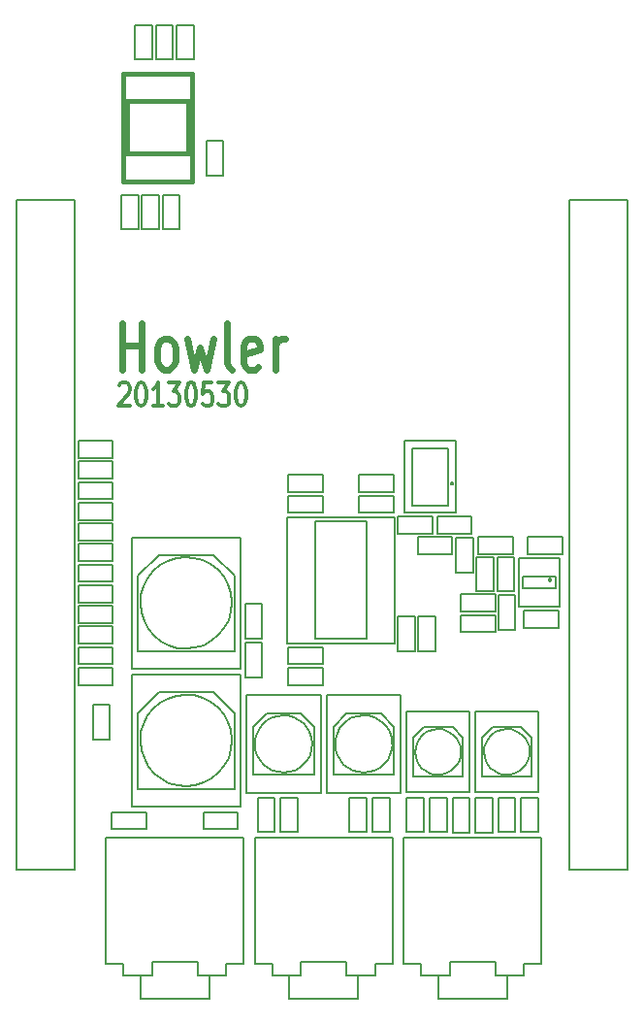
<source format=gto>
G04 (created by PCBNEW-RS274X (2012-05-21 BZR 3261)-stable) date Thu 30 May 2013 05:43:25 PM PDT*
G01*
G70*
G90*
%MOIN*%
G04 Gerber Fmt 3.4, Leading zero omitted, Abs format*
%FSLAX34Y34*%
G04 APERTURE LIST*
%ADD10C,0.008000*%
%ADD11C,0.012000*%
%ADD12C,0.024000*%
%ADD13C,0.015000*%
G04 APERTURE END LIST*
G54D10*
G54D11*
X27043Y-37592D02*
X27072Y-37554D01*
X27129Y-37516D01*
X27272Y-37516D01*
X27329Y-37554D01*
X27358Y-37592D01*
X27386Y-37668D01*
X27386Y-37744D01*
X27358Y-37859D01*
X27015Y-38316D01*
X27386Y-38316D01*
X27757Y-37516D02*
X27814Y-37516D01*
X27871Y-37554D01*
X27900Y-37592D01*
X27929Y-37668D01*
X27957Y-37821D01*
X27957Y-38011D01*
X27929Y-38163D01*
X27900Y-38240D01*
X27871Y-38278D01*
X27814Y-38316D01*
X27757Y-38316D01*
X27700Y-38278D01*
X27671Y-38240D01*
X27643Y-38163D01*
X27614Y-38011D01*
X27614Y-37821D01*
X27643Y-37668D01*
X27671Y-37592D01*
X27700Y-37554D01*
X27757Y-37516D01*
X28528Y-38316D02*
X28185Y-38316D01*
X28357Y-38316D02*
X28357Y-37516D01*
X28300Y-37630D01*
X28242Y-37706D01*
X28185Y-37744D01*
X28728Y-37516D02*
X29099Y-37516D01*
X28899Y-37821D01*
X28985Y-37821D01*
X29042Y-37859D01*
X29071Y-37897D01*
X29099Y-37973D01*
X29099Y-38163D01*
X29071Y-38240D01*
X29042Y-38278D01*
X28985Y-38316D01*
X28813Y-38316D01*
X28756Y-38278D01*
X28728Y-38240D01*
X29470Y-37516D02*
X29527Y-37516D01*
X29584Y-37554D01*
X29613Y-37592D01*
X29642Y-37668D01*
X29670Y-37821D01*
X29670Y-38011D01*
X29642Y-38163D01*
X29613Y-38240D01*
X29584Y-38278D01*
X29527Y-38316D01*
X29470Y-38316D01*
X29413Y-38278D01*
X29384Y-38240D01*
X29356Y-38163D01*
X29327Y-38011D01*
X29327Y-37821D01*
X29356Y-37668D01*
X29384Y-37592D01*
X29413Y-37554D01*
X29470Y-37516D01*
X30213Y-37516D02*
X29927Y-37516D01*
X29898Y-37897D01*
X29927Y-37859D01*
X29984Y-37821D01*
X30127Y-37821D01*
X30184Y-37859D01*
X30213Y-37897D01*
X30241Y-37973D01*
X30241Y-38163D01*
X30213Y-38240D01*
X30184Y-38278D01*
X30127Y-38316D01*
X29984Y-38316D01*
X29927Y-38278D01*
X29898Y-38240D01*
X30441Y-37516D02*
X30812Y-37516D01*
X30612Y-37821D01*
X30698Y-37821D01*
X30755Y-37859D01*
X30784Y-37897D01*
X30812Y-37973D01*
X30812Y-38163D01*
X30784Y-38240D01*
X30755Y-38278D01*
X30698Y-38316D01*
X30526Y-38316D01*
X30469Y-38278D01*
X30441Y-38240D01*
X31183Y-37516D02*
X31240Y-37516D01*
X31297Y-37554D01*
X31326Y-37592D01*
X31355Y-37668D01*
X31383Y-37821D01*
X31383Y-38011D01*
X31355Y-38163D01*
X31326Y-38240D01*
X31297Y-38278D01*
X31240Y-38316D01*
X31183Y-38316D01*
X31126Y-38278D01*
X31097Y-38240D01*
X31069Y-38163D01*
X31040Y-38011D01*
X31040Y-37821D01*
X31069Y-37668D01*
X31097Y-37592D01*
X31126Y-37554D01*
X31183Y-37516D01*
G54D12*
X27129Y-37065D02*
X27129Y-35465D01*
X27129Y-36227D02*
X27814Y-36227D01*
X27814Y-37065D02*
X27814Y-35465D01*
X28557Y-37065D02*
X28443Y-36988D01*
X28386Y-36912D01*
X28329Y-36760D01*
X28329Y-36303D01*
X28386Y-36150D01*
X28443Y-36074D01*
X28557Y-35998D01*
X28729Y-35998D01*
X28843Y-36074D01*
X28900Y-36150D01*
X28957Y-36303D01*
X28957Y-36760D01*
X28900Y-36912D01*
X28843Y-36988D01*
X28729Y-37065D01*
X28557Y-37065D01*
X29357Y-35998D02*
X29586Y-37065D01*
X29815Y-36303D01*
X30043Y-37065D01*
X30272Y-35998D01*
X30900Y-37065D02*
X30786Y-36988D01*
X30729Y-36836D01*
X30729Y-35465D01*
X31815Y-36988D02*
X31701Y-37065D01*
X31472Y-37065D01*
X31358Y-36988D01*
X31301Y-36836D01*
X31301Y-36227D01*
X31358Y-36074D01*
X31472Y-35998D01*
X31701Y-35998D01*
X31815Y-36074D01*
X31872Y-36227D01*
X31872Y-36379D01*
X31301Y-36531D01*
X32387Y-37065D02*
X32387Y-35998D01*
X32387Y-36303D02*
X32444Y-36150D01*
X32501Y-36074D01*
X32615Y-35998D01*
X32730Y-35998D01*
G54D10*
X38516Y-40974D02*
X38515Y-40981D01*
X38512Y-40989D01*
X38509Y-40996D01*
X38504Y-41002D01*
X38498Y-41007D01*
X38491Y-41010D01*
X38484Y-41013D01*
X38476Y-41013D01*
X38469Y-41013D01*
X38462Y-41011D01*
X38455Y-41007D01*
X38449Y-41002D01*
X38443Y-40996D01*
X38440Y-40989D01*
X38437Y-40982D01*
X38437Y-40974D01*
X38437Y-40967D01*
X38439Y-40960D01*
X38443Y-40953D01*
X38448Y-40947D01*
X38454Y-40942D01*
X38460Y-40938D01*
X38468Y-40935D01*
X38476Y-40935D01*
X38482Y-40935D01*
X38490Y-40937D01*
X38497Y-40941D01*
X38503Y-40946D01*
X38508Y-40951D01*
X38512Y-40958D01*
X38515Y-40966D01*
X38515Y-40973D01*
X38516Y-40974D01*
X38603Y-41988D02*
X38603Y-39508D01*
X36831Y-41988D02*
X36831Y-39508D01*
X38603Y-39508D02*
X36831Y-39508D01*
X38603Y-41988D02*
X36831Y-41988D01*
X38347Y-41732D02*
X38347Y-39764D01*
X37087Y-41732D02*
X37087Y-39764D01*
X38347Y-39764D02*
X37087Y-39764D01*
X38347Y-41732D02*
X37087Y-41732D01*
X37283Y-42815D02*
X38465Y-42815D01*
X38465Y-42815D02*
X38465Y-43405D01*
X38465Y-43405D02*
X37283Y-43405D01*
X37283Y-43405D02*
X37283Y-42815D01*
X30276Y-48149D02*
X28386Y-48149D01*
X30985Y-51457D02*
X30985Y-48858D01*
X27677Y-48858D02*
X27677Y-51457D01*
X28386Y-48149D02*
X27677Y-48858D01*
X30276Y-48149D02*
X30985Y-48858D01*
X27677Y-51457D02*
X30985Y-51457D01*
X30906Y-49803D02*
X30876Y-50108D01*
X30787Y-50403D01*
X30642Y-50674D01*
X30448Y-50912D01*
X30211Y-51108D01*
X29941Y-51254D01*
X29647Y-51345D01*
X29341Y-51377D01*
X29036Y-51350D01*
X28741Y-51263D01*
X28469Y-51120D01*
X28230Y-50928D01*
X28032Y-50692D01*
X27884Y-50423D01*
X27791Y-50130D01*
X27757Y-49824D01*
X27782Y-49519D01*
X27867Y-49224D01*
X28008Y-48950D01*
X28199Y-48709D01*
X28433Y-48510D01*
X28701Y-48360D01*
X28993Y-48265D01*
X29299Y-48229D01*
X29604Y-48252D01*
X29900Y-48335D01*
X30174Y-48474D01*
X30417Y-48663D01*
X30618Y-48896D01*
X30769Y-49163D01*
X30866Y-49455D01*
X30905Y-49760D01*
X30906Y-49803D01*
X31201Y-47549D02*
X31201Y-52057D01*
X31201Y-52057D02*
X27461Y-52057D01*
X27461Y-52057D02*
X27461Y-47549D01*
X27461Y-47549D02*
X31201Y-47549D01*
X30276Y-43425D02*
X28386Y-43425D01*
X30985Y-46733D02*
X30985Y-44134D01*
X27677Y-44134D02*
X27677Y-46733D01*
X28386Y-43425D02*
X27677Y-44134D01*
X30276Y-43425D02*
X30985Y-44134D01*
X27677Y-46733D02*
X30985Y-46733D01*
X30906Y-45079D02*
X30876Y-45384D01*
X30787Y-45679D01*
X30642Y-45950D01*
X30448Y-46188D01*
X30211Y-46384D01*
X29941Y-46530D01*
X29647Y-46621D01*
X29341Y-46653D01*
X29036Y-46626D01*
X28741Y-46539D01*
X28469Y-46396D01*
X28230Y-46204D01*
X28032Y-45968D01*
X27884Y-45699D01*
X27791Y-45406D01*
X27757Y-45100D01*
X27782Y-44795D01*
X27867Y-44500D01*
X28008Y-44226D01*
X28199Y-43985D01*
X28433Y-43786D01*
X28701Y-43636D01*
X28993Y-43541D01*
X29299Y-43505D01*
X29604Y-43528D01*
X29900Y-43611D01*
X30174Y-43750D01*
X30417Y-43939D01*
X30618Y-44172D01*
X30769Y-44439D01*
X30866Y-44731D01*
X30905Y-45036D01*
X30906Y-45079D01*
X31201Y-42825D02*
X31201Y-47333D01*
X31201Y-47333D02*
X27461Y-47333D01*
X27461Y-47333D02*
X27461Y-42825D01*
X27461Y-42825D02*
X31201Y-42825D01*
X33268Y-48878D02*
X32086Y-48878D01*
X31634Y-50964D02*
X31634Y-49330D01*
X33720Y-50964D02*
X33720Y-49330D01*
X32086Y-48878D02*
X31634Y-49330D01*
X33268Y-48878D02*
X33720Y-49330D01*
X33661Y-49921D02*
X33642Y-50112D01*
X33586Y-50295D01*
X33496Y-50465D01*
X33375Y-50614D01*
X33227Y-50736D01*
X33058Y-50828D01*
X32874Y-50884D01*
X32683Y-50904D01*
X32493Y-50887D01*
X32309Y-50833D01*
X32139Y-50744D01*
X31989Y-50624D01*
X31866Y-50476D01*
X31773Y-50308D01*
X31715Y-50125D01*
X31694Y-49934D01*
X31710Y-49744D01*
X31763Y-49559D01*
X31850Y-49388D01*
X31970Y-49238D01*
X32116Y-49113D01*
X32284Y-49020D01*
X32466Y-48960D01*
X32657Y-48938D01*
X32847Y-48952D01*
X33032Y-49004D01*
X33204Y-49091D01*
X33355Y-49209D01*
X33481Y-49354D01*
X33575Y-49521D01*
X33636Y-49703D01*
X33660Y-49894D01*
X33661Y-49921D01*
X33720Y-50964D02*
X31634Y-50964D01*
X33957Y-48248D02*
X33957Y-51594D01*
X33957Y-51594D02*
X31397Y-51594D01*
X31397Y-51594D02*
X31397Y-48248D01*
X31397Y-48248D02*
X33957Y-48248D01*
X36024Y-48878D02*
X34842Y-48878D01*
X34390Y-50964D02*
X34390Y-49330D01*
X36476Y-50964D02*
X36476Y-49330D01*
X34842Y-48878D02*
X34390Y-49330D01*
X36024Y-48878D02*
X36476Y-49330D01*
X36417Y-49921D02*
X36398Y-50112D01*
X36342Y-50295D01*
X36252Y-50465D01*
X36131Y-50614D01*
X35983Y-50736D01*
X35814Y-50828D01*
X35630Y-50884D01*
X35439Y-50904D01*
X35249Y-50887D01*
X35065Y-50833D01*
X34895Y-50744D01*
X34745Y-50624D01*
X34622Y-50476D01*
X34529Y-50308D01*
X34471Y-50125D01*
X34450Y-49934D01*
X34466Y-49744D01*
X34519Y-49559D01*
X34606Y-49388D01*
X34726Y-49238D01*
X34872Y-49113D01*
X35040Y-49020D01*
X35222Y-48960D01*
X35413Y-48938D01*
X35603Y-48952D01*
X35788Y-49004D01*
X35960Y-49091D01*
X36111Y-49209D01*
X36237Y-49354D01*
X36331Y-49521D01*
X36392Y-49703D01*
X36416Y-49894D01*
X36417Y-49921D01*
X36476Y-50964D02*
X34390Y-50964D01*
X36713Y-48248D02*
X36713Y-51594D01*
X36713Y-51594D02*
X34153Y-51594D01*
X34153Y-51594D02*
X34153Y-48248D01*
X34153Y-48248D02*
X36713Y-48248D01*
G54D13*
X29527Y-26891D02*
X29527Y-30591D01*
X29527Y-30591D02*
X27165Y-30591D01*
X27165Y-30591D02*
X27165Y-26891D01*
X27165Y-26891D02*
X29527Y-26891D01*
X29389Y-27826D02*
X29389Y-29656D01*
X29389Y-29656D02*
X27303Y-29656D01*
X27303Y-29656D02*
X27303Y-27826D01*
X27303Y-27826D02*
X29389Y-27826D01*
G54D10*
X28168Y-25236D02*
X28168Y-26418D01*
X28168Y-26418D02*
X27578Y-26418D01*
X27578Y-26418D02*
X27578Y-25236D01*
X27578Y-25236D02*
X28168Y-25236D01*
X28877Y-25236D02*
X28877Y-26418D01*
X28877Y-26418D02*
X28287Y-26418D01*
X28287Y-26418D02*
X28287Y-25236D01*
X28287Y-25236D02*
X28877Y-25236D01*
X29586Y-25236D02*
X29586Y-26418D01*
X29586Y-26418D02*
X28996Y-26418D01*
X28996Y-26418D02*
X28996Y-25236D01*
X28996Y-25236D02*
X29586Y-25236D01*
X28523Y-32245D02*
X28523Y-31063D01*
X28523Y-31063D02*
X29113Y-31063D01*
X29113Y-31063D02*
X29113Y-32245D01*
X29113Y-32245D02*
X28523Y-32245D01*
X27815Y-32245D02*
X27815Y-31063D01*
X27815Y-31063D02*
X28405Y-31063D01*
X28405Y-31063D02*
X28405Y-32245D01*
X28405Y-32245D02*
X27815Y-32245D01*
X27106Y-32245D02*
X27106Y-31063D01*
X27106Y-31063D02*
X27696Y-31063D01*
X27696Y-31063D02*
X27696Y-32245D01*
X27696Y-32245D02*
X27106Y-32245D01*
X30019Y-30403D02*
X30019Y-29203D01*
X30019Y-29203D02*
X30609Y-29203D01*
X30609Y-29203D02*
X30609Y-30403D01*
X30609Y-30403D02*
X30019Y-30403D01*
X38286Y-51771D02*
X38286Y-52953D01*
X38286Y-52953D02*
X37696Y-52953D01*
X37696Y-52953D02*
X37696Y-51771D01*
X37696Y-51771D02*
X38286Y-51771D01*
X40648Y-51771D02*
X40648Y-52953D01*
X40648Y-52953D02*
X40058Y-52953D01*
X40058Y-52953D02*
X40058Y-51771D01*
X40058Y-51771D02*
X40648Y-51771D01*
X40610Y-43503D02*
X40610Y-44685D01*
X40610Y-44685D02*
X40020Y-44685D01*
X40020Y-44685D02*
X40020Y-43503D01*
X40020Y-43503D02*
X40610Y-43503D01*
X37499Y-51771D02*
X37499Y-52953D01*
X37499Y-52953D02*
X36909Y-52953D01*
X36909Y-52953D02*
X36909Y-51771D01*
X36909Y-51771D02*
X37499Y-51771D01*
X41436Y-51771D02*
X41436Y-52953D01*
X41436Y-52953D02*
X40846Y-52953D01*
X40846Y-52953D02*
X40846Y-51771D01*
X40846Y-51771D02*
X41436Y-51771D01*
X26771Y-52265D02*
X27953Y-52265D01*
X27953Y-52265D02*
X27953Y-52855D01*
X27953Y-52855D02*
X26771Y-52855D01*
X26771Y-52855D02*
X26771Y-52265D01*
X31103Y-52854D02*
X29921Y-52854D01*
X29921Y-52854D02*
X29921Y-52264D01*
X29921Y-52264D02*
X31103Y-52264D01*
X31103Y-52264D02*
X31103Y-52854D01*
X32381Y-51771D02*
X32381Y-52953D01*
X32381Y-52953D02*
X31791Y-52953D01*
X31791Y-52953D02*
X31791Y-51771D01*
X31791Y-51771D02*
X32381Y-51771D01*
X36318Y-51771D02*
X36318Y-52953D01*
X36318Y-52953D02*
X35728Y-52953D01*
X35728Y-52953D02*
X35728Y-51771D01*
X35728Y-51771D02*
X36318Y-51771D01*
X33169Y-51771D02*
X33169Y-52953D01*
X33169Y-52953D02*
X32579Y-52953D01*
X32579Y-52953D02*
X32579Y-51771D01*
X32579Y-51771D02*
X33169Y-51771D01*
X35531Y-51771D02*
X35531Y-52953D01*
X35531Y-52953D02*
X34941Y-52953D01*
X34941Y-52953D02*
X34941Y-51771D01*
X34941Y-51771D02*
X35531Y-51771D01*
X39073Y-51762D02*
X39073Y-52962D01*
X39073Y-52962D02*
X38483Y-52962D01*
X38483Y-52962D02*
X38483Y-51762D01*
X38483Y-51762D02*
X39073Y-51762D01*
X31358Y-47648D02*
X31358Y-46448D01*
X31358Y-46448D02*
X31948Y-46448D01*
X31948Y-46448D02*
X31948Y-47648D01*
X31948Y-47648D02*
X31358Y-47648D01*
X34025Y-41988D02*
X32825Y-41988D01*
X32825Y-41988D02*
X32825Y-41398D01*
X32825Y-41398D02*
X34025Y-41398D01*
X34025Y-41398D02*
X34025Y-41988D01*
X34025Y-47185D02*
X32825Y-47185D01*
X32825Y-47185D02*
X32825Y-46595D01*
X32825Y-46595D02*
X34025Y-46595D01*
X34025Y-46595D02*
X34025Y-47185D01*
X36466Y-41988D02*
X35266Y-41988D01*
X35266Y-41988D02*
X35266Y-41398D01*
X35266Y-41398D02*
X36466Y-41398D01*
X36466Y-41398D02*
X36466Y-41988D01*
X37185Y-45542D02*
X37185Y-46742D01*
X37185Y-46742D02*
X36595Y-46742D01*
X36595Y-46742D02*
X36595Y-45542D01*
X36595Y-45542D02*
X37185Y-45542D01*
X39861Y-51762D02*
X39861Y-52962D01*
X39861Y-52962D02*
X39271Y-52962D01*
X39271Y-52962D02*
X39271Y-51762D01*
X39271Y-51762D02*
X39861Y-51762D01*
X26811Y-46476D02*
X25629Y-46476D01*
X25629Y-46476D02*
X25629Y-45886D01*
X25629Y-45886D02*
X26811Y-45886D01*
X26811Y-45886D02*
X26811Y-46476D01*
X26811Y-43641D02*
X25629Y-43641D01*
X25629Y-43641D02*
X25629Y-43051D01*
X25629Y-43051D02*
X26811Y-43051D01*
X26811Y-43051D02*
X26811Y-43641D01*
X26811Y-45059D02*
X25629Y-45059D01*
X25629Y-45059D02*
X25629Y-44469D01*
X25629Y-44469D02*
X26811Y-44469D01*
X26811Y-44469D02*
X26811Y-45059D01*
X38779Y-45492D02*
X39961Y-45492D01*
X39961Y-45492D02*
X39961Y-46082D01*
X39961Y-46082D02*
X38779Y-46082D01*
X38779Y-46082D02*
X38779Y-45492D01*
X39961Y-45374D02*
X38779Y-45374D01*
X38779Y-45374D02*
X38779Y-44784D01*
X38779Y-44784D02*
X39961Y-44784D01*
X39961Y-44784D02*
X39961Y-45374D01*
X40552Y-43405D02*
X39370Y-43405D01*
X39370Y-43405D02*
X39370Y-42815D01*
X39370Y-42815D02*
X40552Y-42815D01*
X40552Y-42815D02*
X40552Y-43405D01*
X26811Y-47893D02*
X25629Y-47893D01*
X25629Y-47893D02*
X25629Y-47303D01*
X25629Y-47303D02*
X26811Y-47303D01*
X26811Y-47303D02*
X26811Y-47893D01*
X26811Y-47185D02*
X25629Y-47185D01*
X25629Y-47185D02*
X25629Y-46595D01*
X25629Y-46595D02*
X26811Y-46595D01*
X26811Y-46595D02*
X26811Y-47185D01*
X26712Y-48582D02*
X26712Y-49764D01*
X26712Y-49764D02*
X26122Y-49764D01*
X26122Y-49764D02*
X26122Y-48582D01*
X26122Y-48582D02*
X26712Y-48582D01*
X26811Y-45767D02*
X25629Y-45767D01*
X25629Y-45767D02*
X25629Y-45177D01*
X25629Y-45177D02*
X26811Y-45177D01*
X26811Y-45177D02*
X26811Y-45767D01*
X26811Y-44350D02*
X25629Y-44350D01*
X25629Y-44350D02*
X25629Y-43760D01*
X25629Y-43760D02*
X26811Y-43760D01*
X26811Y-43760D02*
X26811Y-44350D01*
X25629Y-40217D02*
X26811Y-40217D01*
X26811Y-40217D02*
X26811Y-40807D01*
X26811Y-40807D02*
X25629Y-40807D01*
X25629Y-40807D02*
X25629Y-40217D01*
X25629Y-41634D02*
X26811Y-41634D01*
X26811Y-41634D02*
X26811Y-42224D01*
X26811Y-42224D02*
X25629Y-42224D01*
X25629Y-42224D02*
X25629Y-41634D01*
X25629Y-40925D02*
X26811Y-40925D01*
X26811Y-40925D02*
X26811Y-41515D01*
X26811Y-41515D02*
X25629Y-41515D01*
X25629Y-41515D02*
X25629Y-40925D01*
X25629Y-39508D02*
X26811Y-39508D01*
X26811Y-39508D02*
X26811Y-40098D01*
X26811Y-40098D02*
X25629Y-40098D01*
X25629Y-40098D02*
X25629Y-39508D01*
X25629Y-42343D02*
X26811Y-42343D01*
X26811Y-42343D02*
X26811Y-42933D01*
X26811Y-42933D02*
X25629Y-42933D01*
X25629Y-42933D02*
X25629Y-42343D01*
X39901Y-43503D02*
X39901Y-44685D01*
X39901Y-44685D02*
X39311Y-44685D01*
X39311Y-44685D02*
X39311Y-43503D01*
X39311Y-43503D02*
X39901Y-43503D01*
X37952Y-42107D02*
X39134Y-42107D01*
X39134Y-42107D02*
X39134Y-42697D01*
X39134Y-42697D02*
X37952Y-42697D01*
X37952Y-42697D02*
X37952Y-42107D01*
X31358Y-46309D02*
X31358Y-45109D01*
X31358Y-45109D02*
X31948Y-45109D01*
X31948Y-45109D02*
X31948Y-46309D01*
X31948Y-46309D02*
X31358Y-46309D01*
X37805Y-42697D02*
X36605Y-42697D01*
X36605Y-42697D02*
X36605Y-42107D01*
X36605Y-42107D02*
X37805Y-42107D01*
X37805Y-42107D02*
X37805Y-42697D01*
X39193Y-42825D02*
X39193Y-44025D01*
X39193Y-44025D02*
X38603Y-44025D01*
X38603Y-44025D02*
X38603Y-42825D01*
X38603Y-42825D02*
X39193Y-42825D01*
X42135Y-45925D02*
X40935Y-45925D01*
X40935Y-45925D02*
X40935Y-45335D01*
X40935Y-45335D02*
X42135Y-45335D01*
X42135Y-45335D02*
X42135Y-45925D01*
X40649Y-44794D02*
X40649Y-45994D01*
X40649Y-45994D02*
X40059Y-45994D01*
X40059Y-45994D02*
X40059Y-44794D01*
X40059Y-44794D02*
X40649Y-44794D01*
X42254Y-43405D02*
X41054Y-43405D01*
X41054Y-43405D02*
X41054Y-42815D01*
X41054Y-42815D02*
X42254Y-42815D01*
X42254Y-42815D02*
X42254Y-43405D01*
X37893Y-45542D02*
X37893Y-46742D01*
X37893Y-46742D02*
X37303Y-46742D01*
X37303Y-46742D02*
X37303Y-45542D01*
X37303Y-45542D02*
X37893Y-45542D01*
X36466Y-41279D02*
X35266Y-41279D01*
X35266Y-41279D02*
X35266Y-40689D01*
X35266Y-40689D02*
X36466Y-40689D01*
X36466Y-40689D02*
X36466Y-41279D01*
X34025Y-47894D02*
X32825Y-47894D01*
X32825Y-47894D02*
X32825Y-47304D01*
X32825Y-47304D02*
X34025Y-47304D01*
X34025Y-47304D02*
X34025Y-47894D01*
X34025Y-41279D02*
X32825Y-41279D01*
X32825Y-41279D02*
X32825Y-40689D01*
X32825Y-40689D02*
X34025Y-40689D01*
X34025Y-40689D02*
X34025Y-41279D01*
X41534Y-57480D02*
X41534Y-53149D01*
X39959Y-57874D02*
X40944Y-57874D01*
X36810Y-53149D02*
X36810Y-57480D01*
X38385Y-57874D02*
X37400Y-57874D01*
X37991Y-58661D02*
X40353Y-58661D01*
X40353Y-58661D02*
X40353Y-57874D01*
X37991Y-58661D02*
X37991Y-57874D01*
X41534Y-57480D02*
X40944Y-57480D01*
X40944Y-57480D02*
X40944Y-57874D01*
X36810Y-57480D02*
X37400Y-57480D01*
X37400Y-57480D02*
X37400Y-57874D01*
X38385Y-57401D02*
X39959Y-57401D01*
X39959Y-57874D02*
X39959Y-57401D01*
X38385Y-57874D02*
X38385Y-57401D01*
X41534Y-53149D02*
X36810Y-53149D01*
X31299Y-57481D02*
X31299Y-53150D01*
X29724Y-57875D02*
X30709Y-57875D01*
X26575Y-53150D02*
X26575Y-57481D01*
X28150Y-57875D02*
X27165Y-57875D01*
X27756Y-58662D02*
X30118Y-58662D01*
X30118Y-58662D02*
X30118Y-57875D01*
X27756Y-58662D02*
X27756Y-57875D01*
X31299Y-57481D02*
X30709Y-57481D01*
X30709Y-57481D02*
X30709Y-57875D01*
X26575Y-57481D02*
X27165Y-57481D01*
X27165Y-57481D02*
X27165Y-57875D01*
X28150Y-57402D02*
X29724Y-57402D01*
X29724Y-57875D02*
X29724Y-57402D01*
X28150Y-57875D02*
X28150Y-57402D01*
X31299Y-53150D02*
X26575Y-53150D01*
X36417Y-57480D02*
X36417Y-53149D01*
X34842Y-57874D02*
X35827Y-57874D01*
X31693Y-53149D02*
X31693Y-57480D01*
X33268Y-57874D02*
X32283Y-57874D01*
X32874Y-58661D02*
X35236Y-58661D01*
X35236Y-58661D02*
X35236Y-57874D01*
X32874Y-58661D02*
X32874Y-57874D01*
X36417Y-57480D02*
X35827Y-57480D01*
X35827Y-57480D02*
X35827Y-57874D01*
X31693Y-57480D02*
X32283Y-57480D01*
X32283Y-57480D02*
X32283Y-57874D01*
X33268Y-57401D02*
X34842Y-57401D01*
X34842Y-57874D02*
X34842Y-57401D01*
X33268Y-57874D02*
X33268Y-57401D01*
X36417Y-53149D02*
X31693Y-53149D01*
X42028Y-44183D02*
X42028Y-44557D01*
X42028Y-44557D02*
X40886Y-44557D01*
X40886Y-44557D02*
X40886Y-44183D01*
X40886Y-44183D02*
X42028Y-44183D01*
X41870Y-44291D02*
X41869Y-44298D01*
X41867Y-44305D01*
X41863Y-44312D01*
X41858Y-44318D01*
X41852Y-44323D01*
X41846Y-44326D01*
X41838Y-44329D01*
X41831Y-44329D01*
X41824Y-44329D01*
X41817Y-44327D01*
X41810Y-44323D01*
X41804Y-44318D01*
X41799Y-44313D01*
X41796Y-44306D01*
X41793Y-44299D01*
X41793Y-44291D01*
X41793Y-44284D01*
X41795Y-44277D01*
X41799Y-44270D01*
X41803Y-44264D01*
X41809Y-44259D01*
X41816Y-44256D01*
X41823Y-44253D01*
X41831Y-44253D01*
X41837Y-44253D01*
X41845Y-44255D01*
X41851Y-44259D01*
X41857Y-44263D01*
X41862Y-44269D01*
X41866Y-44276D01*
X41869Y-44283D01*
X41869Y-44290D01*
X41870Y-44291D01*
X42156Y-43524D02*
X42156Y-45216D01*
X42156Y-45216D02*
X40758Y-45216D01*
X40758Y-45216D02*
X40758Y-43524D01*
X40758Y-43524D02*
X42156Y-43524D01*
X39270Y-51584D02*
X39270Y-48808D01*
X39270Y-48808D02*
X41436Y-48808D01*
X41436Y-48808D02*
X41436Y-51584D01*
X41436Y-51584D02*
X39270Y-51584D01*
X41199Y-51042D02*
X41199Y-49704D01*
X39861Y-49350D02*
X40845Y-49350D01*
X39507Y-49704D02*
X39507Y-51042D01*
X39861Y-49350D02*
X39507Y-49704D01*
X40845Y-49350D02*
X41199Y-49704D01*
X41140Y-50196D02*
X41125Y-50348D01*
X41080Y-50495D01*
X41008Y-50631D01*
X40911Y-50750D01*
X40793Y-50848D01*
X40657Y-50921D01*
X40511Y-50966D01*
X40358Y-50982D01*
X40206Y-50969D01*
X40059Y-50925D01*
X39923Y-50854D01*
X39803Y-50758D01*
X39704Y-50640D01*
X39630Y-50506D01*
X39584Y-50359D01*
X39567Y-50206D01*
X39579Y-50054D01*
X39622Y-49907D01*
X39692Y-49770D01*
X39787Y-49650D01*
X39904Y-49550D01*
X40038Y-49475D01*
X40185Y-49428D01*
X40337Y-49410D01*
X40489Y-49421D01*
X40637Y-49463D01*
X40774Y-49532D01*
X40895Y-49627D01*
X40996Y-49743D01*
X41071Y-49876D01*
X41120Y-50022D01*
X41139Y-50175D01*
X41140Y-50196D01*
X41199Y-51042D02*
X39507Y-51042D01*
X36908Y-51584D02*
X36908Y-48808D01*
X36908Y-48808D02*
X39074Y-48808D01*
X39074Y-48808D02*
X39074Y-51584D01*
X39074Y-51584D02*
X36908Y-51584D01*
X38837Y-51042D02*
X38837Y-49704D01*
X37499Y-49350D02*
X38483Y-49350D01*
X37145Y-49704D02*
X37145Y-51042D01*
X37499Y-49350D02*
X37145Y-49704D01*
X38483Y-49350D02*
X38837Y-49704D01*
X38778Y-50196D02*
X38763Y-50348D01*
X38718Y-50495D01*
X38646Y-50631D01*
X38549Y-50750D01*
X38431Y-50848D01*
X38295Y-50921D01*
X38149Y-50966D01*
X37996Y-50982D01*
X37844Y-50969D01*
X37697Y-50925D01*
X37561Y-50854D01*
X37441Y-50758D01*
X37342Y-50640D01*
X37268Y-50506D01*
X37222Y-50359D01*
X37205Y-50206D01*
X37217Y-50054D01*
X37260Y-49907D01*
X37330Y-49770D01*
X37425Y-49650D01*
X37542Y-49550D01*
X37676Y-49475D01*
X37823Y-49428D01*
X37975Y-49410D01*
X38127Y-49421D01*
X38275Y-49463D01*
X38412Y-49532D01*
X38533Y-49627D01*
X38634Y-49743D01*
X38709Y-49876D01*
X38758Y-50022D01*
X38777Y-50175D01*
X38778Y-50196D01*
X38837Y-51042D02*
X37145Y-51042D01*
X42500Y-31250D02*
X44500Y-31250D01*
X44500Y-31250D02*
X44500Y-54250D01*
X44500Y-54250D02*
X42500Y-54250D01*
X42500Y-54250D02*
X42500Y-31250D01*
X23500Y-31250D02*
X25500Y-31250D01*
X25500Y-31250D02*
X25500Y-54250D01*
X25500Y-54250D02*
X23500Y-54250D01*
X23500Y-54250D02*
X23500Y-31250D01*
X32803Y-42127D02*
X36485Y-42127D01*
X36485Y-42127D02*
X36485Y-46457D01*
X36485Y-46457D02*
X32803Y-46457D01*
X32803Y-46457D02*
X32803Y-42127D01*
X33758Y-42284D02*
X35530Y-42284D01*
X35530Y-42284D02*
X35530Y-46300D01*
X35530Y-46300D02*
X33758Y-46300D01*
X33758Y-46300D02*
X33758Y-42284D01*
M02*

</source>
